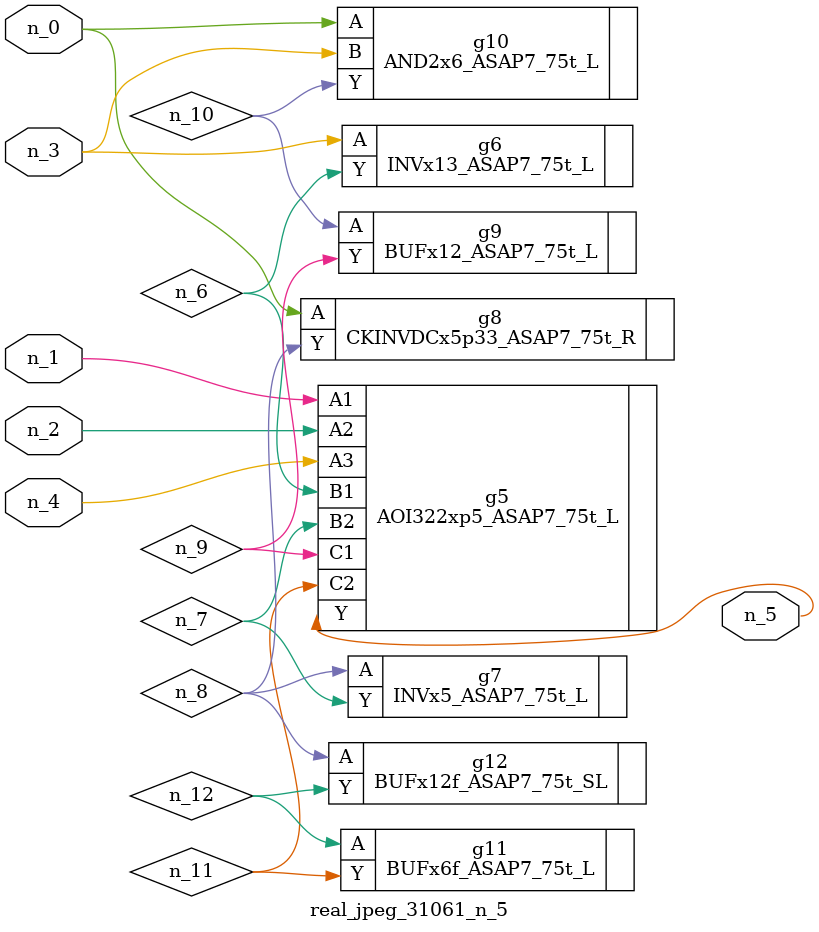
<source format=v>
module real_jpeg_31061_n_5 (n_4, n_0, n_1, n_2, n_3, n_5);

input n_4;
input n_0;
input n_1;
input n_2;
input n_3;

output n_5;

wire n_12;
wire n_8;
wire n_11;
wire n_6;
wire n_7;
wire n_10;
wire n_9;

CKINVDCx5p33_ASAP7_75t_R g8 ( 
.A(n_0),
.Y(n_8)
);

AND2x6_ASAP7_75t_L g10 ( 
.A(n_0),
.B(n_3),
.Y(n_10)
);

AOI322xp5_ASAP7_75t_L g5 ( 
.A1(n_1),
.A2(n_2),
.A3(n_4),
.B1(n_6),
.B2(n_7),
.C1(n_9),
.C2(n_11),
.Y(n_5)
);

INVx13_ASAP7_75t_L g6 ( 
.A(n_3),
.Y(n_6)
);

INVx5_ASAP7_75t_L g7 ( 
.A(n_8),
.Y(n_7)
);

BUFx12f_ASAP7_75t_SL g12 ( 
.A(n_8),
.Y(n_12)
);

BUFx12_ASAP7_75t_L g9 ( 
.A(n_10),
.Y(n_9)
);

BUFx6f_ASAP7_75t_L g11 ( 
.A(n_12),
.Y(n_11)
);


endmodule
</source>
